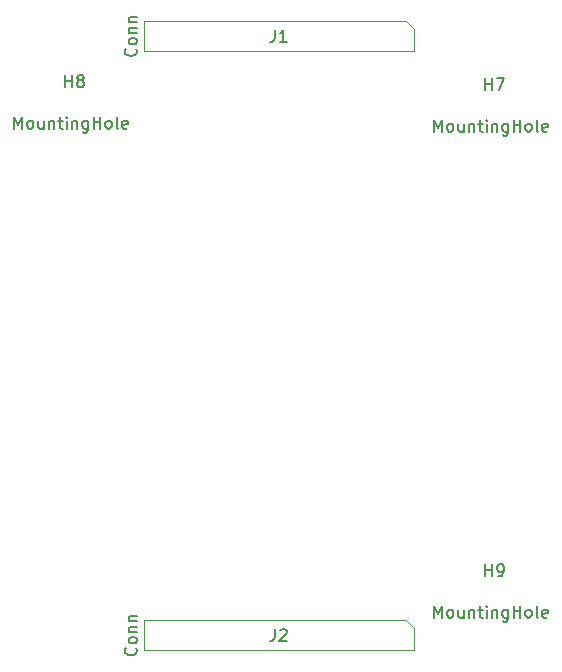
<source format=gbr>
G04 #@! TF.GenerationSoftware,KiCad,Pcbnew,(5.1.12-1-10_14)*
G04 #@! TF.CreationDate,2021-12-27T13:20:27-05:00*
G04 #@! TF.ProjectId,ledtrix,6c656474-7269-4782-9e6b-696361645f70,rev?*
G04 #@! TF.SameCoordinates,Original*
G04 #@! TF.FileFunction,AssemblyDrawing,Top*
%FSLAX46Y46*%
G04 Gerber Fmt 4.6, Leading zero omitted, Abs format (unit mm)*
G04 Created by KiCad (PCBNEW (5.1.12-1-10_14)) date 2021-12-27 13:20:27*
%MOMM*%
%LPD*%
G01*
G04 APERTURE LIST*
%ADD10C,0.100000*%
%ADD11C,0.150000*%
G04 APERTURE END LIST*
D10*
G04 #@! TO.C,J2*
X201165000Y-108519990D02*
X201165000Y-110424990D01*
X201165000Y-110424990D02*
X178305000Y-110424990D01*
X178305000Y-110424990D02*
X178305000Y-107884990D01*
X178305000Y-107884990D02*
X200530000Y-107884990D01*
X200530000Y-107884990D02*
X201165000Y-108519990D01*
G04 #@! TO.C,J1*
X201165000Y-57789990D02*
X201165000Y-59694990D01*
X201165000Y-59694990D02*
X178305000Y-59694990D01*
X178305000Y-59694990D02*
X178305000Y-57154990D01*
X178305000Y-57154990D02*
X200530000Y-57154990D01*
X200530000Y-57154990D02*
X201165000Y-57789990D01*
G04 #@! TD*
G04 #@! TO.C,H9*
D11*
X202894285Y-107643370D02*
X202894285Y-106643370D01*
X203227619Y-107357656D01*
X203560952Y-106643370D01*
X203560952Y-107643370D01*
X204180000Y-107643370D02*
X204084761Y-107595751D01*
X204037142Y-107548132D01*
X203989523Y-107452894D01*
X203989523Y-107167180D01*
X204037142Y-107071942D01*
X204084761Y-107024323D01*
X204180000Y-106976704D01*
X204322857Y-106976704D01*
X204418095Y-107024323D01*
X204465714Y-107071942D01*
X204513333Y-107167180D01*
X204513333Y-107452894D01*
X204465714Y-107548132D01*
X204418095Y-107595751D01*
X204322857Y-107643370D01*
X204180000Y-107643370D01*
X205370476Y-106976704D02*
X205370476Y-107643370D01*
X204941904Y-106976704D02*
X204941904Y-107500513D01*
X204989523Y-107595751D01*
X205084761Y-107643370D01*
X205227619Y-107643370D01*
X205322857Y-107595751D01*
X205370476Y-107548132D01*
X205846666Y-106976704D02*
X205846666Y-107643370D01*
X205846666Y-107071942D02*
X205894285Y-107024323D01*
X205989523Y-106976704D01*
X206132380Y-106976704D01*
X206227619Y-107024323D01*
X206275238Y-107119561D01*
X206275238Y-107643370D01*
X206608571Y-106976704D02*
X206989523Y-106976704D01*
X206751428Y-106643370D02*
X206751428Y-107500513D01*
X206799047Y-107595751D01*
X206894285Y-107643370D01*
X206989523Y-107643370D01*
X207322857Y-107643370D02*
X207322857Y-106976704D01*
X207322857Y-106643370D02*
X207275238Y-106690990D01*
X207322857Y-106738609D01*
X207370476Y-106690990D01*
X207322857Y-106643370D01*
X207322857Y-106738609D01*
X207799047Y-106976704D02*
X207799047Y-107643370D01*
X207799047Y-107071942D02*
X207846666Y-107024323D01*
X207941904Y-106976704D01*
X208084761Y-106976704D01*
X208180000Y-107024323D01*
X208227619Y-107119561D01*
X208227619Y-107643370D01*
X209132380Y-106976704D02*
X209132380Y-107786228D01*
X209084761Y-107881466D01*
X209037142Y-107929085D01*
X208941904Y-107976704D01*
X208799047Y-107976704D01*
X208703809Y-107929085D01*
X209132380Y-107595751D02*
X209037142Y-107643370D01*
X208846666Y-107643370D01*
X208751428Y-107595751D01*
X208703809Y-107548132D01*
X208656190Y-107452894D01*
X208656190Y-107167180D01*
X208703809Y-107071942D01*
X208751428Y-107024323D01*
X208846666Y-106976704D01*
X209037142Y-106976704D01*
X209132380Y-107024323D01*
X209608571Y-107643370D02*
X209608571Y-106643370D01*
X209608571Y-107119561D02*
X210180000Y-107119561D01*
X210180000Y-107643370D02*
X210180000Y-106643370D01*
X210799047Y-107643370D02*
X210703809Y-107595751D01*
X210656190Y-107548132D01*
X210608571Y-107452894D01*
X210608571Y-107167180D01*
X210656190Y-107071942D01*
X210703809Y-107024323D01*
X210799047Y-106976704D01*
X210941904Y-106976704D01*
X211037142Y-107024323D01*
X211084761Y-107071942D01*
X211132380Y-107167180D01*
X211132380Y-107452894D01*
X211084761Y-107548132D01*
X211037142Y-107595751D01*
X210941904Y-107643370D01*
X210799047Y-107643370D01*
X211703809Y-107643370D02*
X211608571Y-107595751D01*
X211560952Y-107500513D01*
X211560952Y-106643370D01*
X212465714Y-107595751D02*
X212370476Y-107643370D01*
X212180000Y-107643370D01*
X212084761Y-107595751D01*
X212037142Y-107500513D01*
X212037142Y-107119561D01*
X212084761Y-107024323D01*
X212180000Y-106976704D01*
X212370476Y-106976704D01*
X212465714Y-107024323D01*
X212513333Y-107119561D01*
X212513333Y-107214799D01*
X212037142Y-107310037D01*
X207218095Y-104143370D02*
X207218095Y-103143370D01*
X207218095Y-103619561D02*
X207789523Y-103619561D01*
X207789523Y-104143370D02*
X207789523Y-103143370D01*
X208313333Y-104143370D02*
X208503809Y-104143370D01*
X208599047Y-104095751D01*
X208646666Y-104048132D01*
X208741904Y-103905275D01*
X208789523Y-103714799D01*
X208789523Y-103333847D01*
X208741904Y-103238609D01*
X208694285Y-103190990D01*
X208599047Y-103143370D01*
X208408571Y-103143370D01*
X208313333Y-103190990D01*
X208265714Y-103238609D01*
X208218095Y-103333847D01*
X208218095Y-103571942D01*
X208265714Y-103667180D01*
X208313333Y-103714799D01*
X208408571Y-103762418D01*
X208599047Y-103762418D01*
X208694285Y-103714799D01*
X208741904Y-103667180D01*
X208789523Y-103571942D01*
G04 #@! TO.C,H8*
X167334285Y-66241370D02*
X167334285Y-65241370D01*
X167667619Y-65955656D01*
X168000952Y-65241370D01*
X168000952Y-66241370D01*
X168620000Y-66241370D02*
X168524761Y-66193751D01*
X168477142Y-66146132D01*
X168429523Y-66050894D01*
X168429523Y-65765180D01*
X168477142Y-65669942D01*
X168524761Y-65622323D01*
X168620000Y-65574704D01*
X168762857Y-65574704D01*
X168858095Y-65622323D01*
X168905714Y-65669942D01*
X168953333Y-65765180D01*
X168953333Y-66050894D01*
X168905714Y-66146132D01*
X168858095Y-66193751D01*
X168762857Y-66241370D01*
X168620000Y-66241370D01*
X169810476Y-65574704D02*
X169810476Y-66241370D01*
X169381904Y-65574704D02*
X169381904Y-66098513D01*
X169429523Y-66193751D01*
X169524761Y-66241370D01*
X169667619Y-66241370D01*
X169762857Y-66193751D01*
X169810476Y-66146132D01*
X170286666Y-65574704D02*
X170286666Y-66241370D01*
X170286666Y-65669942D02*
X170334285Y-65622323D01*
X170429523Y-65574704D01*
X170572380Y-65574704D01*
X170667619Y-65622323D01*
X170715238Y-65717561D01*
X170715238Y-66241370D01*
X171048571Y-65574704D02*
X171429523Y-65574704D01*
X171191428Y-65241370D02*
X171191428Y-66098513D01*
X171239047Y-66193751D01*
X171334285Y-66241370D01*
X171429523Y-66241370D01*
X171762857Y-66241370D02*
X171762857Y-65574704D01*
X171762857Y-65241370D02*
X171715238Y-65288990D01*
X171762857Y-65336609D01*
X171810476Y-65288990D01*
X171762857Y-65241370D01*
X171762857Y-65336609D01*
X172239047Y-65574704D02*
X172239047Y-66241370D01*
X172239047Y-65669942D02*
X172286666Y-65622323D01*
X172381904Y-65574704D01*
X172524761Y-65574704D01*
X172620000Y-65622323D01*
X172667619Y-65717561D01*
X172667619Y-66241370D01*
X173572380Y-65574704D02*
X173572380Y-66384228D01*
X173524761Y-66479466D01*
X173477142Y-66527085D01*
X173381904Y-66574704D01*
X173239047Y-66574704D01*
X173143809Y-66527085D01*
X173572380Y-66193751D02*
X173477142Y-66241370D01*
X173286666Y-66241370D01*
X173191428Y-66193751D01*
X173143809Y-66146132D01*
X173096190Y-66050894D01*
X173096190Y-65765180D01*
X173143809Y-65669942D01*
X173191428Y-65622323D01*
X173286666Y-65574704D01*
X173477142Y-65574704D01*
X173572380Y-65622323D01*
X174048571Y-66241370D02*
X174048571Y-65241370D01*
X174048571Y-65717561D02*
X174620000Y-65717561D01*
X174620000Y-66241370D02*
X174620000Y-65241370D01*
X175239047Y-66241370D02*
X175143809Y-66193751D01*
X175096190Y-66146132D01*
X175048571Y-66050894D01*
X175048571Y-65765180D01*
X175096190Y-65669942D01*
X175143809Y-65622323D01*
X175239047Y-65574704D01*
X175381904Y-65574704D01*
X175477142Y-65622323D01*
X175524761Y-65669942D01*
X175572380Y-65765180D01*
X175572380Y-66050894D01*
X175524761Y-66146132D01*
X175477142Y-66193751D01*
X175381904Y-66241370D01*
X175239047Y-66241370D01*
X176143809Y-66241370D02*
X176048571Y-66193751D01*
X176000952Y-66098513D01*
X176000952Y-65241370D01*
X176905714Y-66193751D02*
X176810476Y-66241370D01*
X176620000Y-66241370D01*
X176524761Y-66193751D01*
X176477142Y-66098513D01*
X176477142Y-65717561D01*
X176524761Y-65622323D01*
X176620000Y-65574704D01*
X176810476Y-65574704D01*
X176905714Y-65622323D01*
X176953333Y-65717561D01*
X176953333Y-65812799D01*
X176477142Y-65908037D01*
X171658095Y-62741370D02*
X171658095Y-61741370D01*
X171658095Y-62217561D02*
X172229523Y-62217561D01*
X172229523Y-62741370D02*
X172229523Y-61741370D01*
X172848571Y-62169942D02*
X172753333Y-62122323D01*
X172705714Y-62074704D01*
X172658095Y-61979466D01*
X172658095Y-61931847D01*
X172705714Y-61836609D01*
X172753333Y-61788990D01*
X172848571Y-61741370D01*
X173039047Y-61741370D01*
X173134285Y-61788990D01*
X173181904Y-61836609D01*
X173229523Y-61931847D01*
X173229523Y-61979466D01*
X173181904Y-62074704D01*
X173134285Y-62122323D01*
X173039047Y-62169942D01*
X172848571Y-62169942D01*
X172753333Y-62217561D01*
X172705714Y-62265180D01*
X172658095Y-62360418D01*
X172658095Y-62550894D01*
X172705714Y-62646132D01*
X172753333Y-62693751D01*
X172848571Y-62741370D01*
X173039047Y-62741370D01*
X173134285Y-62693751D01*
X173181904Y-62646132D01*
X173229523Y-62550894D01*
X173229523Y-62360418D01*
X173181904Y-62265180D01*
X173134285Y-62217561D01*
X173039047Y-62169942D01*
G04 #@! TO.C,H7*
X202894285Y-66495370D02*
X202894285Y-65495370D01*
X203227619Y-66209656D01*
X203560952Y-65495370D01*
X203560952Y-66495370D01*
X204180000Y-66495370D02*
X204084761Y-66447751D01*
X204037142Y-66400132D01*
X203989523Y-66304894D01*
X203989523Y-66019180D01*
X204037142Y-65923942D01*
X204084761Y-65876323D01*
X204180000Y-65828704D01*
X204322857Y-65828704D01*
X204418095Y-65876323D01*
X204465714Y-65923942D01*
X204513333Y-66019180D01*
X204513333Y-66304894D01*
X204465714Y-66400132D01*
X204418095Y-66447751D01*
X204322857Y-66495370D01*
X204180000Y-66495370D01*
X205370476Y-65828704D02*
X205370476Y-66495370D01*
X204941904Y-65828704D02*
X204941904Y-66352513D01*
X204989523Y-66447751D01*
X205084761Y-66495370D01*
X205227619Y-66495370D01*
X205322857Y-66447751D01*
X205370476Y-66400132D01*
X205846666Y-65828704D02*
X205846666Y-66495370D01*
X205846666Y-65923942D02*
X205894285Y-65876323D01*
X205989523Y-65828704D01*
X206132380Y-65828704D01*
X206227619Y-65876323D01*
X206275238Y-65971561D01*
X206275238Y-66495370D01*
X206608571Y-65828704D02*
X206989523Y-65828704D01*
X206751428Y-65495370D02*
X206751428Y-66352513D01*
X206799047Y-66447751D01*
X206894285Y-66495370D01*
X206989523Y-66495370D01*
X207322857Y-66495370D02*
X207322857Y-65828704D01*
X207322857Y-65495370D02*
X207275238Y-65542990D01*
X207322857Y-65590609D01*
X207370476Y-65542990D01*
X207322857Y-65495370D01*
X207322857Y-65590609D01*
X207799047Y-65828704D02*
X207799047Y-66495370D01*
X207799047Y-65923942D02*
X207846666Y-65876323D01*
X207941904Y-65828704D01*
X208084761Y-65828704D01*
X208180000Y-65876323D01*
X208227619Y-65971561D01*
X208227619Y-66495370D01*
X209132380Y-65828704D02*
X209132380Y-66638228D01*
X209084761Y-66733466D01*
X209037142Y-66781085D01*
X208941904Y-66828704D01*
X208799047Y-66828704D01*
X208703809Y-66781085D01*
X209132380Y-66447751D02*
X209037142Y-66495370D01*
X208846666Y-66495370D01*
X208751428Y-66447751D01*
X208703809Y-66400132D01*
X208656190Y-66304894D01*
X208656190Y-66019180D01*
X208703809Y-65923942D01*
X208751428Y-65876323D01*
X208846666Y-65828704D01*
X209037142Y-65828704D01*
X209132380Y-65876323D01*
X209608571Y-66495370D02*
X209608571Y-65495370D01*
X209608571Y-65971561D02*
X210180000Y-65971561D01*
X210180000Y-66495370D02*
X210180000Y-65495370D01*
X210799047Y-66495370D02*
X210703809Y-66447751D01*
X210656190Y-66400132D01*
X210608571Y-66304894D01*
X210608571Y-66019180D01*
X210656190Y-65923942D01*
X210703809Y-65876323D01*
X210799047Y-65828704D01*
X210941904Y-65828704D01*
X211037142Y-65876323D01*
X211084761Y-65923942D01*
X211132380Y-66019180D01*
X211132380Y-66304894D01*
X211084761Y-66400132D01*
X211037142Y-66447751D01*
X210941904Y-66495370D01*
X210799047Y-66495370D01*
X211703809Y-66495370D02*
X211608571Y-66447751D01*
X211560952Y-66352513D01*
X211560952Y-65495370D01*
X212465714Y-66447751D02*
X212370476Y-66495370D01*
X212180000Y-66495370D01*
X212084761Y-66447751D01*
X212037142Y-66352513D01*
X212037142Y-65971561D01*
X212084761Y-65876323D01*
X212180000Y-65828704D01*
X212370476Y-65828704D01*
X212465714Y-65876323D01*
X212513333Y-65971561D01*
X212513333Y-66066799D01*
X212037142Y-66162037D01*
X207218095Y-62995370D02*
X207218095Y-61995370D01*
X207218095Y-62471561D02*
X207789523Y-62471561D01*
X207789523Y-62995370D02*
X207789523Y-61995370D01*
X208170476Y-61995370D02*
X208837142Y-61995370D01*
X208408571Y-62995370D01*
G04 #@! TO.C,J2*
X177602142Y-110202609D02*
X177649761Y-110250228D01*
X177697380Y-110393085D01*
X177697380Y-110488323D01*
X177649761Y-110631180D01*
X177554523Y-110726418D01*
X177459285Y-110774037D01*
X177268809Y-110821656D01*
X177125952Y-110821656D01*
X176935476Y-110774037D01*
X176840238Y-110726418D01*
X176745000Y-110631180D01*
X176697380Y-110488323D01*
X176697380Y-110393085D01*
X176745000Y-110250228D01*
X176792619Y-110202609D01*
X177697380Y-109631180D02*
X177649761Y-109726418D01*
X177602142Y-109774037D01*
X177506904Y-109821656D01*
X177221190Y-109821656D01*
X177125952Y-109774037D01*
X177078333Y-109726418D01*
X177030714Y-109631180D01*
X177030714Y-109488323D01*
X177078333Y-109393085D01*
X177125952Y-109345466D01*
X177221190Y-109297847D01*
X177506904Y-109297847D01*
X177602142Y-109345466D01*
X177649761Y-109393085D01*
X177697380Y-109488323D01*
X177697380Y-109631180D01*
X177030714Y-108869275D02*
X177697380Y-108869275D01*
X177125952Y-108869275D02*
X177078333Y-108821656D01*
X177030714Y-108726418D01*
X177030714Y-108583561D01*
X177078333Y-108488323D01*
X177173571Y-108440704D01*
X177697380Y-108440704D01*
X177030714Y-107964513D02*
X177697380Y-107964513D01*
X177125952Y-107964513D02*
X177078333Y-107916894D01*
X177030714Y-107821656D01*
X177030714Y-107678799D01*
X177078333Y-107583561D01*
X177173571Y-107535942D01*
X177697380Y-107535942D01*
X189401666Y-108607370D02*
X189401666Y-109321656D01*
X189354047Y-109464513D01*
X189258809Y-109559751D01*
X189115952Y-109607370D01*
X189020714Y-109607370D01*
X189830238Y-108702609D02*
X189877857Y-108654990D01*
X189973095Y-108607370D01*
X190211190Y-108607370D01*
X190306428Y-108654990D01*
X190354047Y-108702609D01*
X190401666Y-108797847D01*
X190401666Y-108893085D01*
X190354047Y-109035942D01*
X189782619Y-109607370D01*
X190401666Y-109607370D01*
G04 #@! TO.C,J1*
X177602142Y-59472609D02*
X177649761Y-59520228D01*
X177697380Y-59663085D01*
X177697380Y-59758323D01*
X177649761Y-59901180D01*
X177554523Y-59996418D01*
X177459285Y-60044037D01*
X177268809Y-60091656D01*
X177125952Y-60091656D01*
X176935476Y-60044037D01*
X176840238Y-59996418D01*
X176745000Y-59901180D01*
X176697380Y-59758323D01*
X176697380Y-59663085D01*
X176745000Y-59520228D01*
X176792619Y-59472609D01*
X177697380Y-58901180D02*
X177649761Y-58996418D01*
X177602142Y-59044037D01*
X177506904Y-59091656D01*
X177221190Y-59091656D01*
X177125952Y-59044037D01*
X177078333Y-58996418D01*
X177030714Y-58901180D01*
X177030714Y-58758323D01*
X177078333Y-58663085D01*
X177125952Y-58615466D01*
X177221190Y-58567847D01*
X177506904Y-58567847D01*
X177602142Y-58615466D01*
X177649761Y-58663085D01*
X177697380Y-58758323D01*
X177697380Y-58901180D01*
X177030714Y-58139275D02*
X177697380Y-58139275D01*
X177125952Y-58139275D02*
X177078333Y-58091656D01*
X177030714Y-57996418D01*
X177030714Y-57853561D01*
X177078333Y-57758323D01*
X177173571Y-57710704D01*
X177697380Y-57710704D01*
X177030714Y-57234513D02*
X177697380Y-57234513D01*
X177125952Y-57234513D02*
X177078333Y-57186894D01*
X177030714Y-57091656D01*
X177030714Y-56948799D01*
X177078333Y-56853561D01*
X177173571Y-56805942D01*
X177697380Y-56805942D01*
X189401666Y-57877370D02*
X189401666Y-58591656D01*
X189354047Y-58734513D01*
X189258809Y-58829751D01*
X189115952Y-58877370D01*
X189020714Y-58877370D01*
X190401666Y-58877370D02*
X189830238Y-58877370D01*
X190115952Y-58877370D02*
X190115952Y-57877370D01*
X190020714Y-58020228D01*
X189925476Y-58115466D01*
X189830238Y-58163085D01*
G04 #@! TD*
M02*

</source>
